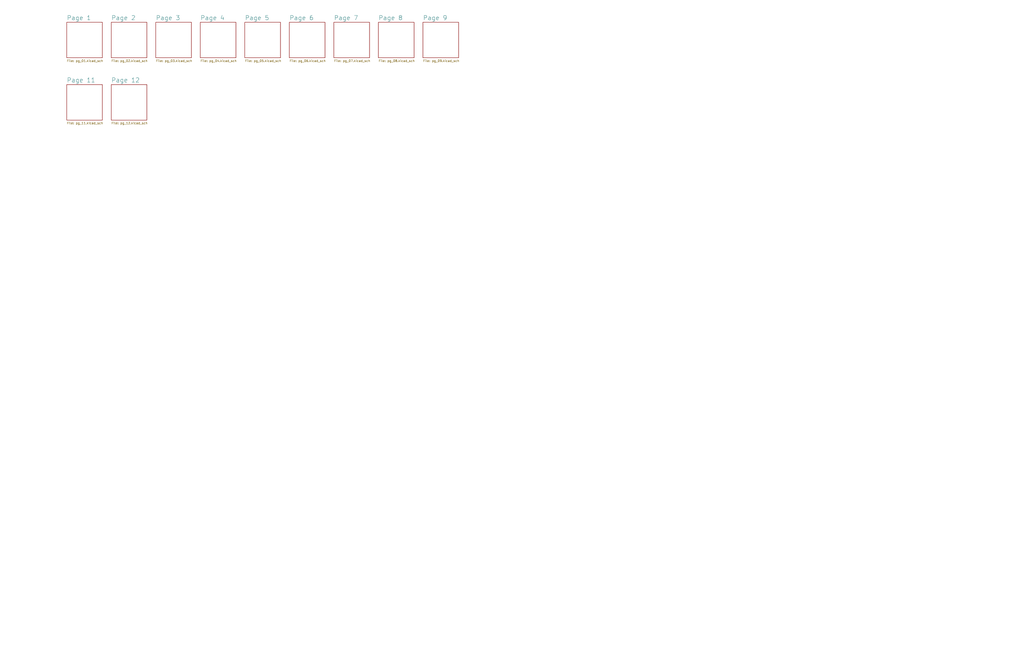
<source format=kicad_sch>
(kicad_sch
  (version 20210621)
  (generator eeschema)
  (uuid 20011966-4a0e-3ddb-3fe0-5c5325195c6a)
  (paper "User" 584.2 378.46)
  (title_block
    (title "RESHA Main")
  )
  (lib_symbols)
  (sheet
    (at 38.1 12.7)
    (size 20.32 20.32)
    (fields_autoplaced)
    (stroke
      (width 0)
      (type solid)
      (color 0 0 0 0)
    )
    (fill
      (color 0 0 0 0.0000)
    )
    (uuid 20011966-43f4-289a-18da-66086b243e55)
    (property
      "Sheet name"
      "Page 1"
      (id 0)
      (at 38.1 11.7 0)
      (effects
        (font
          (size 2.54 2.54)
        )
        (justify left bottom)
      )
    )
    (property
      "Sheet file"
      "pg_01.kicad_sch"
      (id 1)
      (at 38.1 34.02 0)
      (effects
        (font
          (size 1.27 1.27)
        )
        (justify left top)
      )
    )
  )
  (sheet
    (at 38.1 48.26)
    (size 20.32 20.32)
    (fields_autoplaced)
    (stroke
      (width 0)
      (type solid)
      (color 0 0 0 0)
    )
    (fill
      (color 0 0 0 0.0000)
    )
    (uuid 20011966-4e00-25ce-0ccf-562e5523a61f)
    (property
      "Sheet name"
      "Page 11"
      (id 0)
      (at 38.1 47.26 0)
      (effects
        (font
          (size 2.54 2.54)
        )
        (justify left bottom)
      )
    )
    (property
      "Sheet file"
      "pg_11.kicad_sch"
      (id 1)
      (at 38.1 69.58 0)
      (effects
        (font
          (size 1.27 1.27)
        )
        (justify left top)
      )
    )
  )
  (sheet
    (at 63.5 48.26)
    (size 20.32 20.32)
    (fields_autoplaced)
    (stroke
      (width 0)
      (type solid)
      (color 0 0 0 0)
    )
    (fill
      (color 0 0 0 0.0000)
    )
    (uuid 20011966-312e-25b2-5212-35fe8ce247a5)
    (property
      "Sheet name"
      "Page 12"
      (id 0)
      (at 63.5 47.26 0)
      (effects
        (font
          (size 2.54 2.54)
        )
        (justify left bottom)
      )
    )
    (property
      "Sheet file"
      "pg_12.kicad_sch"
      (id 1)
      (at 63.5 69.58 0)
      (effects
        (font
          (size 1.27 1.27)
        )
        (justify left top)
      )
    )
  )
  (sheet
    (at 63.5 12.7)
    (size 20.32 20.32)
    (fields_autoplaced)
    (stroke
      (width 0)
      (type solid)
      (color 0 0 0 0)
    )
    (fill
      (color 0 0 0 0.0000)
    )
    (uuid 20011966-6fbc-3c35-3930-600703cd5c92)
    (property
      "Sheet name"
      "Page 2"
      (id 0)
      (at 63.5 11.7 0)
      (effects
        (font
          (size 2.54 2.54)
        )
        (justify left bottom)
      )
    )
    (property
      "Sheet file"
      "pg_02.kicad_sch"
      (id 1)
      (at 63.5 34.02 0)
      (effects
        (font
          (size 1.27 1.27)
        )
        (justify left top)
      )
    )
  )
  (sheet
    (at 88.9 12.7)
    (size 20.32 20.32)
    (fields_autoplaced)
    (stroke
      (width 0)
      (type solid)
      (color 0 0 0 0)
    )
    (fill
      (color 0 0 0 0.0000)
    )
    (uuid 20011966-25b3-494b-437a-1cad0dff4b5f)
    (property
      "Sheet name"
      "Page 3"
      (id 0)
      (at 88.9 11.7 0)
      (effects
        (font
          (size 2.54 2.54)
        )
        (justify left bottom)
      )
    )
    (property
      "Sheet file"
      "pg_03.kicad_sch"
      (id 1)
      (at 88.9 34.02 0)
      (effects
        (font
          (size 1.27 1.27)
        )
        (justify left top)
      )
    )
  )
  (sheet
    (at 114.3 12.7)
    (size 20.32 20.32)
    (fields_autoplaced)
    (stroke
      (width 0)
      (type solid)
      (color 0 0 0 0)
    )
    (fill
      (color 0 0 0 0.0000)
    )
    (uuid 20011966-61e1-6720-08cd-42da5ea84891)
    (property
      "Sheet name"
      "Page 4"
      (id 0)
      (at 114.3 11.7 0)
      (effects
        (font
          (size 2.54 2.54)
        )
        (justify left bottom)
      )
    )
    (property
      "Sheet file"
      "pg_04.kicad_sch"
      (id 1)
      (at 114.3 34.02 0)
      (effects
        (font
          (size 1.27 1.27)
        )
        (justify left top)
      )
    )
  )
  (sheet
    (at 139.7 12.7)
    (size 20.32 20.32)
    (fields_autoplaced)
    (stroke
      (width 0)
      (type solid)
      (color 0 0 0 0)
    )
    (fill
      (color 0 0 0 0.0000)
    )
    (uuid 20011966-4b29-5a6b-4cac-41dbb903ed78)
    (property
      "Sheet name"
      "Page 5"
      (id 0)
      (at 139.7 11.7 0)
      (effects
        (font
          (size 2.54 2.54)
        )
        (justify left bottom)
      )
    )
    (property
      "Sheet file"
      "pg_05.kicad_sch"
      (id 1)
      (at 139.7 34.02 0)
      (effects
        (font
          (size 1.27 1.27)
        )
        (justify left top)
      )
    )
  )
  (sheet
    (at 165.1 12.7)
    (size 20.32 20.32)
    (fields_autoplaced)
    (stroke
      (width 0)
      (type solid)
      (color 0 0 0 0)
    )
    (fill
      (color 0 0 0 0.0000)
    )
    (uuid 20011966-661e-6b8b-23ca-06cc0380aa32)
    (property
      "Sheet name"
      "Page 6"
      (id 0)
      (at 165.1 11.7 0)
      (effects
        (font
          (size 2.54 2.54)
        )
        (justify left bottom)
      )
    )
    (property
      "Sheet file"
      "pg_06.kicad_sch"
      (id 1)
      (at 165.1 34.02 0)
      (effects
        (font
          (size 1.27 1.27)
        )
        (justify left top)
      )
    )
  )
  (sheet
    (at 190.5 12.7)
    (size 20.32 20.32)
    (fields_autoplaced)
    (stroke
      (width 0)
      (type solid)
      (color 0 0 0 0)
    )
    (fill
      (color 0 0 0 0.0000)
    )
    (uuid 20011966-3241-4581-6e83-4d226cd202f4)
    (property
      "Sheet name"
      "Page 7"
      (id 0)
      (at 190.5 11.7 0)
      (effects
        (font
          (size 2.54 2.54)
        )
        (justify left bottom)
      )
    )
    (property
      "Sheet file"
      "pg_07.kicad_sch"
      (id 1)
      (at 190.5 34.02 0)
      (effects
        (font
          (size 1.27 1.27)
        )
        (justify left top)
      )
    )
  )
  (sheet
    (at 215.9 12.7)
    (size 20.32 20.32)
    (fields_autoplaced)
    (stroke
      (width 0)
      (type solid)
      (color 0 0 0 0)
    )
    (fill
      (color 0 0 0 0.0000)
    )
    (uuid 20011966-336f-4c7f-51ff-34ec365a2a03)
    (property
      "Sheet name"
      "Page 8"
      (id 0)
      (at 215.9 11.7 0)
      (effects
        (font
          (size 2.54 2.54)
        )
        (justify left bottom)
      )
    )
    (property
      "Sheet file"
      "pg_08.kicad_sch"
      (id 1)
      (at 215.9 34.02 0)
      (effects
        (font
          (size 1.27 1.27)
        )
        (justify left top)
      )
    )
  )
  (sheet
    (at 241.3 12.7)
    (size 20.32 20.32)
    (fields_autoplaced)
    (stroke
      (width 0)
      (type solid)
      (color 0 0 0 0)
    )
    (fill
      (color 0 0 0 0.0000)
    )
    (uuid 20011966-4136-08e1-4c08-3f189f12ddef)
    (property
      "Sheet name"
      "Page 9"
      (id 0)
      (at 241.3 11.7 0)
      (effects
        (font
          (size 2.54 2.54)
        )
        (justify left bottom)
      )
    )
    (property
      "Sheet file"
      "pg_09.kicad_sch"
      (id 1)
      (at 241.3 34.02 0)
      (effects
        (font
          (size 1.27 1.27)
        )
        (justify left top)
      )
    )
  )
  (sheet_instances
    (path
      "/"
      (page "0")
    )
    (path
      "/20011966-43f4-289a-18da-66086b243e55"
      (page "1")
    )
    (path
      "/20011966-6fbc-3c35-3930-600703cd5c92"
      (page "2")
    )
    (path
      "/20011966-25b3-494b-437a-1cad0dff4b5f"
      (page "3")
    )
    (path
      "/20011966-61e1-6720-08cd-42da5ea84891"
      (page "4")
    )
    (path
      "/20011966-4b29-5a6b-4cac-41dbb903ed78"
      (page "5")
    )
    (path
      "/20011966-661e-6b8b-23ca-06cc0380aa32"
      (page "6")
    )
    (path
      "/20011966-3241-4581-6e83-4d226cd202f4"
      (page "7")
    )
    (path
      "/20011966-336f-4c7f-51ff-34ec365a2a03"
      (page "8")
    )
    (path
      "/20011966-4136-08e1-4c08-3f189f12ddef"
      (page "9")
    )
    (path
      "/20011966-4e00-25ce-0ccf-562e5523a61f"
      (page "11")
    )
    (path
      "/20011966-312e-25b2-5212-35fe8ce247a5"
      (page "12")
    )
  )
  (symbol_instances
    (path
      "/20011966-4e00-25ce-0ccf-562e5523a61f/34ae2128-be95-4aff-ba71-91291c4823a6"
      (reference "GB1")
      (unit 1)
      (value "GB")
      (footprint "")
    )
    (path
      "/20011966-4e00-25ce-0ccf-562e5523a61f/af16c152-54ea-47c4-8ef5-90efe4c6e6af"
      (reference "GB2")
      (unit 1)
      (value "GB")
      (footprint "")
    )
    (path
      "/20011966-4e00-25ce-0ccf-562e5523a61f/b7442220-fc6f-429f-8d4b-c2f37a0fc3bd"
      (reference "GB4")
      (unit 1)
      (value "GB")
      (footprint "")
    )
    (path
      "/20011966-4e00-25ce-0ccf-562e5523a61f/31ba6c4e-4ff9-4b0c-b954-cc4ee5a46ebe"
      (reference "GB5")
      (unit 1)
      (value "GB")
      (footprint "")
    )
    (path
      "/20011966-4e00-25ce-0ccf-562e5523a61f/ad989bdb-ebac-41cd-bf58-7bbd143d2c8b"
      (reference "GB6")
      (unit 1)
      (value "GB")
      (footprint "")
    )
    (path
      "/20011966-4e00-25ce-0ccf-562e5523a61f/4c2cfe88-b19e-4d48-af49-fc420bdaa106"
      (reference "GB8")
      (unit 1)
      (value "GB")
      (footprint "")
    )
    (path
      "/20011966-4e00-25ce-0ccf-562e5523a61f/58e4f779-3e23-43fa-9965-fd27414d49c8"
      (reference "GB9")
      (unit 1)
      (value "GB")
      (footprint "")
    )
    (path
      "/20011966-4e00-25ce-0ccf-562e5523a61f/df2fc9cb-cef0-4f89-8fc1-8ea6345eee67"
      (reference "GB10")
      (unit 1)
      (value "GB")
      (footprint "")
    )
    (path
      "/20011966-4e00-25ce-0ccf-562e5523a61f/f8564c30-fd09-469e-bd00-5679b26e7611"
      (reference "GB11")
      (unit 1)
      (value "GB")
      (footprint "")
    )
    (path
      "/20011966-4e00-25ce-0ccf-562e5523a61f/5bbe90fa-974c-475a-b7ee-85b11d3541ad"
      (reference "GB12")
      (unit 1)
      (value "GB")
      (footprint "")
    )
    (path
      "/20011966-4e00-25ce-0ccf-562e5523a61f/c9b3856d-a92c-4d70-a5f4-41ce16fd872b"
      (reference "GB13")
      (unit 1)
      (value "GB")
      (footprint "")
    )
    (path
      "/20011966-4e00-25ce-0ccf-562e5523a61f/e0b1f36a-a22e-41aa-933e-b27606412f8d"
      (reference "GB14")
      (unit 1)
      (value "GB")
      (footprint "")
    )
    (path
      "/20011966-4e00-25ce-0ccf-562e5523a61f/97a014f4-07f5-4fb9-b2b0-f11369a8bacf"
      (reference "GB15")
      (unit 1)
      (value "GB")
      (footprint "")
    )
    (path
      "/20011966-4e00-25ce-0ccf-562e5523a61f/00c37b17-2b72-4bf8-909e-ab8a976e933d"
      (reference "GB16")
      (unit 1)
      (value "GB")
      (footprint "")
    )
    (path
      "/20011966-4e00-25ce-0ccf-562e5523a61f/c6a2f37d-8b47-4500-a6f0-1de1b7f06e46"
      (reference "GB17")
      (unit 1)
      (value "GB")
      (footprint "")
    )
    (path
      "/20011966-4e00-25ce-0ccf-562e5523a61f/f143b3b4-bf1a-4f4d-b93d-af5cd5e676e6"
      (reference "GB18")
      (unit 1)
      (value "GB")
      (footprint "")
    )
    (path
      "/20011966-4e00-25ce-0ccf-562e5523a61f/cc2ed2ec-e04f-4bdb-b9a9-382fae7f0e69"
      (reference "GB19")
      (unit 1)
      (value "GB")
      (footprint "")
    )
    (path
      "/20011966-4e00-25ce-0ccf-562e5523a61f/31d4da62-5a18-4f6c-b012-e20cae3969ed"
      (reference "GB20")
      (unit 1)
      (value "GB")
      (footprint "")
    )
    (path
      "/20011966-4e00-25ce-0ccf-562e5523a61f/e79b7711-77c3-43e3-8e58-2b949e9a98d0"
      (reference "GB21")
      (unit 1)
      (value "GB")
      (footprint "")
    )
    (path
      "/20011966-4e00-25ce-0ccf-562e5523a61f/494b8886-556a-4c9d-8c88-73d1cdc5b521"
      (reference "GB22")
      (unit 1)
      (value "GB")
      (footprint "")
    )
    (path
      "/20011966-4e00-25ce-0ccf-562e5523a61f/6eded45d-3645-40a7-ac1a-308c8feebf86"
      (reference "GB23")
      (unit 1)
      (value "GB")
      (footprint "")
    )
    (path
      "/20011966-4e00-25ce-0ccf-562e5523a61f/a48ce839-dd18-4555-8977-974c4b63d91f"
      (reference "GB24")
      (unit 1)
      (value "GB")
      (footprint "")
    )
    (path
      "/20011966-4e00-25ce-0ccf-562e5523a61f/faa05586-fec3-491b-8eda-a80a0b9cc8a0"
      (reference "GB25")
      (unit 1)
      (value "GB")
      (footprint "")
    )
    (path
      "/20011966-4e00-25ce-0ccf-562e5523a61f/d5a9128d-856f-4a15-91f4-f2e262e003fa"
      (reference "GB26")
      (unit 1)
      (value "GB")
      (footprint "")
    )
    (path
      "/20011966-4e00-25ce-0ccf-562e5523a61f/8965e0ac-d144-48b2-bddd-1c0de0453eb5"
      (reference "GB27")
      (unit 1)
      (value "GB")
      (footprint "")
    )
    (path
      "/20011966-4e00-25ce-0ccf-562e5523a61f/3a39e1fa-064f-4dcb-b0a4-7cb77285bbe5"
      (reference "GB28")
      (unit 1)
      (value "GB")
      (footprint "")
    )
    (path
      "/20011966-4e00-25ce-0ccf-562e5523a61f/316b301f-b76f-45ff-b9f6-bdbf566e661b"
      (reference "GB29")
      (unit 1)
      (value "GB")
      (footprint "")
    )
    (path
      "/20011966-4e00-25ce-0ccf-562e5523a61f/f603b9db-11bb-4bc4-8e0b-12c5661b2c09"
      (reference "GB30")
      (unit 1)
      (value "GB")
      (footprint "")
    )
    (path
      "/20011966-4e00-25ce-0ccf-562e5523a61f/3b3e7f6c-c0ca-4f38-9e20-1796bed4622f"
      (reference "GB31")
      (unit 1)
      (value "GB")
      (footprint "")
    )
    (path
      "/20011966-4e00-25ce-0ccf-562e5523a61f/7681c186-dae3-46d1-b706-413bd4e8cdfb"
      (reference "GB32")
      (unit 1)
      (value "GB")
      (footprint "")
    )
    (path
      "/20011966-4e00-25ce-0ccf-562e5523a61f/5ed0da6f-9e7b-4302-8111-8d78f874b783"
      (reference "GB33")
      (unit 1)
      (value "GB")
      (footprint "")
    )
    (path
      "/20011966-4e00-25ce-0ccf-562e5523a61f/d4197042-15d8-448e-b899-048dc300a817"
      (reference "GB34")
      (unit 1)
      (value "GB")
      (footprint "")
    )
    (path
      "/20011966-4e00-25ce-0ccf-562e5523a61f/dcb00ea2-a602-4377-bce4-23e991d5ceff"
      (reference "GB35")
      (unit 1)
      (value "GB")
      (footprint "")
    )
    (path
      "/20011966-4e00-25ce-0ccf-562e5523a61f/31ec03de-69b8-4acb-8d68-74153695949e"
      (reference "GB36")
      (unit 1)
      (value "GB")
      (footprint "")
    )
    (path
      "/20011966-4e00-25ce-0ccf-562e5523a61f/58ef0f5e-36ad-42a7-be99-e07d4cb70e8d"
      (reference "GB37")
      (unit 1)
      (value "GB")
      (footprint "")
    )
    (path
      "/20011966-4e00-25ce-0ccf-562e5523a61f/8542ee0a-317b-4c1d-af3a-525c3760fb88"
      (reference "GB38")
      (unit 1)
      (value "GB")
      (footprint "")
    )
    (path
      "/20011966-4e00-25ce-0ccf-562e5523a61f/fe002395-5877-44be-8c3d-fe39f347f923"
      (reference "GB41")
      (unit 1)
      (value "GB")
      (footprint "")
    )
    (path
      "/20011966-4e00-25ce-0ccf-562e5523a61f/130d3651-9114-4386-9114-10a0cc167f4c"
      (reference "GB42")
      (unit 1)
      (value "GB")
      (footprint "")
    )
    (path
      "/20011966-4e00-25ce-0ccf-562e5523a61f/8e986f9f-78e1-47cf-9e90-217677837bc1"
      (reference "GB43")
      (unit 1)
      (value "GB")
      (footprint "")
    )
    (path
      "/20011966-4e00-25ce-0ccf-562e5523a61f/5fd177db-83fd-49ba-a860-8ce44c79b028"
      (reference "GB44")
      (unit 1)
      (value "GB")
      (footprint "")
    )
    (path
      "/20011966-4e00-25ce-0ccf-562e5523a61f/4ae8cc85-3338-4c67-bd8a-64776a4843eb"
      (reference "GB45")
      (unit 1)
      (value "GB")
      (footprint "")
    )
    (path
      "/20011966-4e00-25ce-0ccf-562e5523a61f/28f0f5ab-c1ad-4f8d-ba86-edfa3732d307"
      (reference "GB46")
      (unit 1)
      (value "GB")
      (footprint "")
    )
    (path
      "/20011966-4e00-25ce-0ccf-562e5523a61f/2e608e3f-27f0-4572-ba2b-99164f1a3591"
      (reference "GB47")
      (unit 1)
      (value "GB")
      (footprint "")
    )
    (path
      "/20011966-4e00-25ce-0ccf-562e5523a61f/a001236f-872c-45ce-9f8d-d360602970b9"
      (reference "GB48")
      (unit 1)
      (value "GB")
      (footprint "")
    )
    (path
      "/20011966-4e00-25ce-0ccf-562e5523a61f/858cdf93-eb46-4306-b52e-ce5e97b6e097"
      (reference "GB49")
      (unit 1)
      (value "GB")
      (footprint "")
    )
    (path
      "/20011966-4e00-25ce-0ccf-562e5523a61f/a0a10e81-051d-4e85-b06a-24c264ae288c"
      (reference "GB50")
      (unit 1)
      (value "GB")
      (footprint "")
    )
    (path
      "/20011966-4e00-25ce-0ccf-562e5523a61f/e8038dcc-87cf-473b-b037-4df0b9336964"
      (reference "GB51")
      (unit 1)
      (value "GB")
      (footprint "")
    )
    (path
      "/20011966-4e00-25ce-0ccf-562e5523a61f/39bd44ef-2d6e-4528-a988-673882cca4b0"
      (reference "GB52")
      (unit 1)
      (value "GB")
      (footprint "")
    )
    (path
      "/20011966-4e00-25ce-0ccf-562e5523a61f/51a86e8a-2d8e-41c3-8e35-e9ba6437085b"
      (reference "GB53")
      (unit 1)
      (value "GB")
      (footprint "")
    )
    (path
      "/20011966-4e00-25ce-0ccf-562e5523a61f/4fd23fe4-8bc6-47aa-bb8b-fa54fc78cec1"
      (reference "GB54")
      (unit 1)
      (value "GB")
      (footprint "")
    )
    (path
      "/20011966-4e00-25ce-0ccf-562e5523a61f/1de1ee2e-6a0b-4b3e-80f2-d0e3bd864fab"
      (reference "GB55")
      (unit 1)
      (value "GB")
      (footprint "")
    )
    (path
      "/20011966-4e00-25ce-0ccf-562e5523a61f/ff1687ac-176a-4fa3-9748-f976a152e64c"
      (reference "GB56")
      (unit 1)
      (value "GB")
      (footprint "")
    )
    (path
      "/20011966-4e00-25ce-0ccf-562e5523a61f/029a2528-74b9-46fd-809c-27fafcb449c3"
      (reference "GB57")
      (unit 1)
      (value "GB")
      (footprint "")
    )
    (path
      "/20011966-4e00-25ce-0ccf-562e5523a61f/a225def0-2e90-40f7-85a6-eadc6ef2fb0c"
      (reference "GB58")
      (unit 1)
      (value "GB")
      (footprint "")
    )
    (path
      "/20011966-4e00-25ce-0ccf-562e5523a61f/b3ac4d91-a43a-45f0-a02a-1ade23cc3d89"
      (reference "GB59")
      (unit 1)
      (value "GB")
      (footprint "")
    )
    (path
      "/20011966-4e00-25ce-0ccf-562e5523a61f/6f664c24-c69c-4619-90ec-8e9baa0c775c"
      (reference "GB60")
      (unit 1)
      (value "GB")
      (footprint "")
    )
    (path
      "/20011966-4e00-25ce-0ccf-562e5523a61f/48d6539e-df64-4609-acad-2cc0f484537e"
      (reference "GB61")
      (unit 1)
      (value "GB")
      (footprint "")
    )
    (path
      "/20011966-4e00-25ce-0ccf-562e5523a61f/38cc618d-07ef-42ff-8adb-9638e078f850"
      (reference "GB62")
      (unit 1)
      (value "GB")
      (footprint "")
    )
    (path
      "/20011966-4e00-25ce-0ccf-562e5523a61f/0b790a32-5e51-4f8a-8e77-956adc84fbbf"
      (reference "GB63")
      (unit 1)
      (value "GB")
      (footprint "")
    )
    (path
      "/20011966-4e00-25ce-0ccf-562e5523a61f/5de3649f-58c5-4008-aea7-e0e26b7d8ff7"
      (reference "GB64")
      (unit 1)
      (value "GB")
      (footprint "")
    )
    (path
      "/20011966-4e00-25ce-0ccf-562e5523a61f/99ec5ccf-2dac-4b08-a793-6d9434296899"
      (reference "GB65")
      (unit 1)
      (value "GB")
      (footprint "")
    )
    (path
      "/20011966-4e00-25ce-0ccf-562e5523a61f/ff099edf-1194-4374-a844-eec4ecf32dae"
      (reference "GB66")
      (unit 1)
      (value "GB")
      (footprint "")
    )
    (path
      "/20011966-4e00-25ce-0ccf-562e5523a61f/abd66e76-ad67-458d-83a2-43cb8666670b"
      (reference "GB67")
      (unit 1)
      (value "GB")
      (footprint "")
    )
    (path
      "/20011966-4e00-25ce-0ccf-562e5523a61f/96301032-dd67-41c2-ade7-e0ad39bf2406"
      (reference "GB68")
      (unit 1)
      (value "GB")
      (footprint "")
    )
    (path
      "/20011966-4e00-25ce-0ccf-562e5523a61f/9d88ece3-b6ca-4509-b45b-349dd36eed4d"
      (reference "GB69")
      (unit 1)
      (value "GB")
      (footprint "")
    )
    (path
      "/20011966-4e00-25ce-0ccf-562e5523a61f/a022cc62-93a0-43aa-bce6-47ab1a30215c"
      (reference "GB70")
      (unit 1)
      (value "GB")
      (footprint "")
    )
    (path
      "/20011966-4e00-25ce-0ccf-562e5523a61f/aebb160c-0edb-42a5-a815-d745a467d191"
      (reference "GB71")
      (unit 1)
      (value "GB")
      (footprint "")
    )
    (path
      "/20011966-4e00-25ce-0ccf-562e5523a61f/0f82ad88-9683-466b-bd93-053ad0dbfc26"
      (reference "GB72")
      (unit 1)
      (value "GB")
      (footprint "")
    )
    (path
      "/20011966-4e00-25ce-0ccf-562e5523a61f/fd6ac8d2-b902-4360-86e1-cf60aababa8a"
      (reference "GB73")
      (unit 1)
      (value "GB")
      (footprint "")
    )
    (path
      "/20011966-4e00-25ce-0ccf-562e5523a61f/cd83b9ee-54d9-47ce-91d9-e0ef8af06aa9"
      (reference "GB76")
      (unit 1)
      (value "GB")
      (footprint "")
    )
    (path
      "/20011966-4e00-25ce-0ccf-562e5523a61f/e3f6d446-9bdb-40a6-8999-fb4ff69c53c1"
      (reference "GB77")
      (unit 1)
      (value "GB")
      (footprint "")
    )
    (path
      "/20011966-4e00-25ce-0ccf-562e5523a61f/af590079-3cae-4a25-a2f2-f4c7b3c5b86b"
      (reference "GB78")
      (unit 1)
      (value "GB")
      (footprint "")
    )
    (path
      "/20011966-4e00-25ce-0ccf-562e5523a61f/ef5c3aea-75ae-4fe9-bd6e-7ffdc91cfc44"
      (reference "GB79")
      (unit 1)
      (value "GB")
      (footprint "")
    )
    (path
      "/20011966-4e00-25ce-0ccf-562e5523a61f/d2606358-b753-422d-b861-b2d5db5f6beb"
      (reference "GB80")
      (unit 1)
      (value "GB")
      (footprint "")
    )
    (path
      "/20011966-4e00-25ce-0ccf-562e5523a61f/e9c76070-e147-4d29-a379-c0b9b7a25470"
      (reference "GB81")
      (unit 1)
      (value "GB")
      (footprint "")
    )
    (path
      "/20011966-4e00-25ce-0ccf-562e5523a61f/7a1beb97-d6c5-4d86-bf4e-2d85e1a5cc15"
      (reference "GB82")
      (unit 1)
      (value "GB")
      (footprint "")
    )
    (path
      "/20011966-4e00-25ce-0ccf-562e5523a61f/3fa130a7-789b-4166-9d10-07860c596ab2"
      (reference "GB83")
      (unit 1)
      (value "GB")
      (footprint "")
    )
    (path
      "/20011966-4e00-25ce-0ccf-562e5523a61f/f0e670bf-217f-4c4a-9857-2545df9d1c48"
      (reference "GB84")
      (unit 1)
      (value "GB")
      (footprint "")
    )
    (path
      "/20011966-4e00-25ce-0ccf-562e5523a61f/e0956890-8c2f-42a4-b469-85463604e0e4"
      (reference "GB85")
      (unit 1)
      (value "GB")
      (footprint "")
    )
    (path
      "/20011966-4e00-25ce-0ccf-562e5523a61f/4740f8b7-e2f3-46b9-b412-b50bc2ded5a5"
      (reference "GB86")
      (unit 1)
      (value "GB")
      (footprint "")
    )
    (path
      "/20011966-4e00-25ce-0ccf-562e5523a61f/0bf8e32d-54c7-42ad-89a5-6b39b8e3e74e"
      (reference "GB87")
      (unit 1)
      (value "GB")
      (footprint "")
    )
    (path
      "/20011966-4e00-25ce-0ccf-562e5523a61f/4e4370f6-1cd1-421f-a898-b7edab321b12"
      (reference "GB88")
      (unit 1)
      (value "GB")
      (footprint "")
    )
    (path
      "/20011966-4e00-25ce-0ccf-562e5523a61f/04a26143-4260-4be6-af5c-ac5480da5152"
      (reference "GB89")
      (unit 1)
      (value "GB")
      (footprint "")
    )
    (path
      "/20011966-4e00-25ce-0ccf-562e5523a61f/6986b5ab-df75-4360-b99a-f79622dbc934"
      (reference "GB90")
      (unit 1)
      (value "GB")
      (footprint "")
    )
    (path
      "/20011966-4e00-25ce-0ccf-562e5523a61f/3a66140d-4e0b-4ee2-b663-050f376fa13d"
      (reference "GB91")
      (unit 1)
      (value "GB")
      (footprint "")
    )
    (path
      "/20011966-4e00-25ce-0ccf-562e5523a61f/a848c90b-b046-4611-bc37-5084382fca7e"
      (reference "GB92")
      (unit 1)
      (value "GB")
      (footprint "")
    )
    (path
      "/20011966-4e00-25ce-0ccf-562e5523a61f/1feb9d66-4123-4cbb-bc0c-d53837883706"
      (reference "GB93")
      (unit 1)
      (value "GB")
      (footprint "")
    )
    (path
      "/20011966-4e00-25ce-0ccf-562e5523a61f/fddf6c6a-4279-4930-93d5-323e42fa67c9"
      (reference "GB94")
      (unit 1)
      (value "GB")
      (footprint "")
    )
    (path
      "/20011966-4e00-25ce-0ccf-562e5523a61f/0e5a2bc1-eb63-436a-8daa-7cf7944d3707"
      (reference "GB95")
      (unit 1)
      (value "GB")
      (footprint "")
    )
    (path
      "/20011966-4e00-25ce-0ccf-562e5523a61f/1cb44964-0d04-4172-8cea-3633cb2ccae3"
      (reference "GB96")
      (unit 1)
      (value "GB")
      (footprint "")
    )
    (path
      "/20011966-4e00-25ce-0ccf-562e5523a61f/353d6b34-d308-43b9-9941-0216210b803f"
      (reference "GB97")
      (unit 1)
      (value "GB")
      (footprint "")
    )
    (path
      "/20011966-4e00-25ce-0ccf-562e5523a61f/184f72a0-bd34-4006-bcdf-6119e36d39d6"
      (reference "GB98")
      (unit 1)
      (value "GB")
      (footprint "")
    )
    (path
      "/20011966-4e00-25ce-0ccf-562e5523a61f/70f10aff-e56d-4e76-ac57-d629732cf439"
      (reference "GB99")
      (unit 1)
      (value "GB")
      (footprint "")
    )
    (path
      "/20011966-4e00-25ce-0ccf-562e5523a61f/c6c2746c-15ef-4478-99df-bf75122c5549"
      (reference "GB100")
      (unit 1)
      (value "GB")
      (footprint "")
    )
    (path
      "/20011966-4e00-25ce-0ccf-562e5523a61f/68af3ebe-7f94-4060-846c-50edda49e425"
      (reference "GB101")
      (unit 1)
      (value "GB")
      (footprint "")
    )
    (path
      "/20011966-4e00-25ce-0ccf-562e5523a61f/44df289c-0719-4a86-b499-2afad160dffc"
      (reference "GB102")
      (unit 1)
      (value "GB")
      (footprint "")
    )
    (path
      "/20011966-4e00-25ce-0ccf-562e5523a61f/e187a9c9-c604-4eb2-87a0-3a306c4b8d25"
      (reference "GB103")
      (unit 1)
      (value "GB")
      (footprint "")
    )
    (path
      "/20011966-4e00-25ce-0ccf-562e5523a61f/e2954c2e-181e-452c-a76b-8261f59a4daa"
      (reference "GB104")
      (unit 1)
      (value "GB")
      (footprint "")
    )
    (path
      "/20011966-4e00-25ce-0ccf-562e5523a61f/a074ef8c-b247-4fa3-8a8b-8a03698dc5fe"
      (reference "GB105")
      (unit 1)
      (value "GB")
      (footprint "")
    )
    (path
      "/20011966-4e00-25ce-0ccf-562e5523a61f/c99abedf-809d-44dd-8110-a917833aa185"
      (reference "GB106")
      (unit 1)
      (value "GB")
      (footprint "")
    )
    (path
      "/20011966-4e00-25ce-0ccf-562e5523a61f/f77043ed-cc4a-456f-9e7c-4c94916dbe96"
      (reference "GB107")
      (unit 1)
      (value "GB")
      (footprint "")
    )
    (path
      "/20011966-4e00-25ce-0ccf-562e5523a61f/3e9de959-034d-4901-9787-6372c4342ce3"
      (reference "GB108")
      (unit 1)
      (value "GB")
      (footprint "")
    )
    (path
      "/20011966-4e00-25ce-0ccf-562e5523a61f/bbf25844-7c97-4b41-9e86-06dfe9410fdf"
      (reference "GB109")
      (unit 1)
      (value "GB")
      (footprint "")
    )
    (path
      "/20011966-4e00-25ce-0ccf-562e5523a61f/62f63007-fa70-41ff-add3-d6275c134da3"
      (reference "GB110")
      (unit 1)
      (value "GB")
      (footprint "")
    )
    (path
      "/20011966-4e00-25ce-0ccf-562e5523a61f/24752f1a-134f-4059-bc87-bb8a95344128"
      (reference "GB111")
      (unit 1)
      (value "GB")
      (footprint "")
    )
    (path
      "/20011966-4e00-25ce-0ccf-562e5523a61f/3986d721-2c26-4114-bab2-54881a49f10a"
      (reference "GB112")
      (unit 1)
      (value "GB")
      (footprint "")
    )
    (path
      "/20011966-4e00-25ce-0ccf-562e5523a61f/b5d6bcb8-94b4-4f14-8889-5aaa4d43ac63"
      (reference "GB113")
      (unit 1)
      (value "GB")
      (footprint "")
    )
    (path
      "/20011966-4e00-25ce-0ccf-562e5523a61f/2d4075cd-fe53-4e9f-98fc-32988c498e2a"
      (reference "GB114")
      (unit 1)
      (value "GB")
      (footprint "")
    )
    (path
      "/20011966-4e00-25ce-0ccf-562e5523a61f/f18b1004-826d-433b-ad53-905442919adb"
      (reference "GB115")
      (unit 1)
      (value "GB")
      (footprint "")
    )
    (path
      "/20011966-4e00-25ce-0ccf-562e5523a61f/c4b756f6-307e-4d57-a7ae-59bbb7585812"
      (reference "GB116")
      (unit 1)
      (value "GB")
      (footprint "")
    )
    (path
      "/20011966-4e00-25ce-0ccf-562e5523a61f/85dee4fb-d4a5-421a-8a5c-ef21e4ee4455"
      (reference "GB117")
      (unit 1)
      (value "GB")
      (footprint "")
    )
    (path
      "/20011966-4e00-25ce-0ccf-562e5523a61f/064f71f2-6418-45c9-8f5f-0fa9ee135f27"
      (reference "GB118")
      (unit 1)
      (value "GB")
      (footprint "")
    )
    (path
      "/20011966-4e00-25ce-0ccf-562e5523a61f/b611f277-88a2-44cb-8b30-7e46fa7602e6"
      (reference "GB119")
      (unit 1)
      (value "GB")
      (footprint "")
    )
    (path
      "/20011966-4e00-25ce-0ccf-562e5523a61f/a25771b2-3142-4c67-bde7-5b4d45d89b27"
      (reference "GB121")
      (unit 1)
      (value "GB")
      (footprint "")
    )
    (path
      "/20011966-4e00-25ce-0ccf-562e5523a61f/965b7b85-e3c4-469f-83aa-161777f16b7d"
      (reference "GB122")
      (unit 1)
      (value "GB")
      (footprint "")
    )
    (path
      "/20011966-4e00-25ce-0ccf-562e5523a61f/1101264f-77d2-40af-ad0d-bfd854e1fb91"
      (reference "GB123")
      (unit 1)
      (value "GB")
      (footprint "")
    )
    (path
      "/20011966-4e00-25ce-0ccf-562e5523a61f/c7cd723a-98be-4c4c-b842-9b87949165c0"
      (reference "GB124")
      (unit 1)
      (value "GB")
      (footprint "")
    )
    (path
      "/20011966-4e00-25ce-0ccf-562e5523a61f/2de5ec99-e6ba-4e64-8de2-93a786b5e401"
      (reference "GB125")
      (unit 1)
      (value "GB")
      (footprint "")
    )
    (path
      "/20011966-4e00-25ce-0ccf-562e5523a61f/5d89dbdb-4c35-4b57-926d-73eb7a3ca88f"
      (reference "GB126")
      (unit 1)
      (value "GB")
      (footprint "")
    )
    (path
      "/20011966-4e00-25ce-0ccf-562e5523a61f/357d26ae-5e9d-40c8-8859-382e559f97a1"
      (reference "GB127")
      (unit 1)
      (value "GB")
      (footprint "")
    )
    (path
      "/20011966-4e00-25ce-0ccf-562e5523a61f/682a5cfa-2bcb-4cd8-89ac-0f363d6134cc"
      (reference "GB128")
      (unit 1)
      (value "GB")
      (footprint "")
    )
    (path
      "/20011966-4e00-25ce-0ccf-562e5523a61f/700cb405-c002-4689-a046-7409bcf2fd68"
      (reference "GB129")
      (unit 1)
      (value "GB")
      (footprint "")
    )
    (path
      "/20011966-4e00-25ce-0ccf-562e5523a61f/80d02651-737e-48eb-a74a-7e38309fb161"
      (reference "GB130")
      (unit 1)
      (value "GB")
      (footprint "")
    )
    (path
      "/20011966-4e00-25ce-0ccf-562e5523a61f/7cc2cb53-7da9-46e1-bee1-d3b51514f61f"
      (reference "GB131")
      (unit 1)
      (value "GB")
      (footprint "")
    )
    (path
      "/20011966-4e00-25ce-0ccf-562e5523a61f/da1fd48b-1f1d-4202-9c02-37f4f6901e09"
      (reference "GB132")
      (unit 1)
      (value "GB")
      (footprint "")
    )
    (path
      "/20011966-4e00-25ce-0ccf-562e5523a61f/3d35f5fb-1d48-42a4-89bc-e63d822a0642"
      (reference "GB133")
      (unit 1)
      (value "GB")
      (footprint "")
    )
    (path
      "/20011966-4e00-25ce-0ccf-562e5523a61f/cbbc7691-1e2a-4175-b966-9af6d136dce6"
      (reference "GB134")
      (unit 1)
      (value "GB")
      (footprint "")
    )
    (path
      "/20011966-4e00-25ce-0ccf-562e5523a61f/0d334e94-561e-4c55-b024-2f8198410884"
      (reference "GB135")
      (unit 1)
      (value "GB")
      (footprint "")
    )
    (path
      "/20011966-4e00-25ce-0ccf-562e5523a61f/3e5c4384-cac8-4690-98ba-89305aff611b"
      (reference "GB137")
      (unit 1)
      (value "GB")
      (footprint "")
    )
    (path
      "/20011966-4e00-25ce-0ccf-562e5523a61f/7b408d7e-ea51-4aec-b0cf-c9cde158d306"
      (reference "GB141")
      (unit 1)
      (value "GB")
      (footprint "")
    )
    (path
      "/20011966-4e00-25ce-0ccf-562e5523a61f/55042e3f-e18a-421a-b17e-570d370af2bf"
      (reference "GB142")
      (unit 1)
      (value "GB")
      (footprint "")
    )
    (path
      "/20011966-4e00-25ce-0ccf-562e5523a61f/39f5db4d-0f9f-496a-a6ab-a0b60cdb8789"
      (reference "GB143")
      (unit 1)
      (value "GB")
      (footprint "")
    )
    (path
      "/20011966-4e00-25ce-0ccf-562e5523a61f/2567b110-f6b4-426c-9604-118838507759"
      (reference "GB144")
      (unit 1)
      (value "GB")
      (footprint "")
    )
    (path
      "/20011966-4e00-25ce-0ccf-562e5523a61f/f989f8cd-2458-4f6f-81d0-c54919748823"
      (reference "GB145")
      (unit 1)
      (value "GB")
      (footprint "")
    )
    (path
      "/20011966-4e00-25ce-0ccf-562e5523a61f/d49aea0c-1dcb-4a23-abbb-625984bfa895"
      (reference "GB146")
      (unit 1)
      (value "GB")
      (footprint "")
    )
    (path
      "/20011966-4e00-25ce-0ccf-562e5523a61f/495da85b-62b8-4deb-bfa6-4e3477e2dc15"
      (reference "GB147")
      (unit 1)
      (value "GB")
      (footprint "")
    )
    (path
      "/20011966-4e00-25ce-0ccf-562e5523a61f/22f7e641-6e0b-451d-99fe-0faf1236b548"
      (reference "GB148")
      (unit 1)
      (value "GB")
      (footprint "")
    )
    (path
      "/20011966-4e00-25ce-0ccf-562e5523a61f/a9ac09b4-dc51-4d27-9bee-cc14c29d3241"
      (reference "GB149")
      (unit 1)
      (value "GB")
      (footprint "")
    )
    (path
      "/20011966-4e00-25ce-0ccf-562e5523a61f/8fada78c-b171-4352-bfc3-c7c91588b093"
      (reference "GB150")
      (unit 1)
      (value "GB")
      (footprint "")
    )
    (path
      "/20011966-4e00-25ce-0ccf-562e5523a61f/e3492389-e649-40db-95fb-0aea7fca04e6"
      (reference "GB200")
      (unit 1)
      (value "GB")
      (footprint "")
    )
    (path
      "/20011966-4e00-25ce-0ccf-562e5523a61f/9d7da14f-169b-497b-ae14-883d83e0ccd6"
      (reference "GB201")
      (unit 1)
      (value "GB")
      (footprint "")
    )
    (path
      "/20011966-4e00-25ce-0ccf-562e5523a61f/2dcc927e-59a0-4c0e-9e29-48632fc1520c"
      (reference "GB203")
      (unit 1)
      (value "GB")
      (footprint "")
    )
    (path
      "/20011966-4e00-25ce-0ccf-562e5523a61f/1f1ae6b1-91a7-4f23-9fbe-9c5edf6d1839"
      (reference "GB204")
      (unit 1)
      (value "GB")
      (footprint "")
    )
    (path
      "/20011966-4e00-25ce-0ccf-562e5523a61f/616c6219-0e15-4a95-81eb-1a45a7937fe5"
      (reference "GB206")
      (unit 1)
      (value "GB")
      (footprint "")
    )
    (path
      "/20011966-4e00-25ce-0ccf-562e5523a61f/c613cdbb-877d-4c0f-8f61-be42bc42e5f8"
      (reference "GB207")
      (unit 1)
      (value "GB")
      (footprint "")
    )
    (path
      "/20011966-4e00-25ce-0ccf-562e5523a61f/1056601e-30d3-468e-99a5-f0290028eb56"
      (reference "GB1020")
      (unit 1)
      (value "GB")
      (footprint "")
    )
    (path
      "/20011966-4e00-25ce-0ccf-562e5523a61f/b3f6f042-504c-4029-84ed-4145c2215fdb"
      (reference "GB1039")
      (unit 1)
      (value "GB")
      (footprint "")
    )
    (path
      "/20011966-4e00-25ce-0ccf-562e5523a61f/de153eaf-92af-4cf9-a749-c461c450e786"
      (reference "GB1040")
      (unit 1)
      (value "GB")
      (footprint "")
    )
    (path
      "/20011966-4e00-25ce-0ccf-562e5523a61f/bd97cc70-9105-4378-8bb8-65b73f6cdf45"
      (reference "GB1136")
      (unit 1)
      (value "GB")
      (footprint "")
    )
    (path
      "/20011966-4e00-25ce-0ccf-562e5523a61f/4dbbf817-d9be-4670-9a05-10a4556b93db"
      (reference "GB2039")
      (unit 1)
      (value "GB")
      (footprint "")
    )
    (path
      "/20011966-4e00-25ce-0ccf-562e5523a61f/840b4a48-ebd2-47ba-8b74-c3bec594141c"
      (reference "GB2040")
      (unit 1)
      (value "GB")
      (footprint "")
    )
    (path
      "/20011966-4e00-25ce-0ccf-562e5523a61f/b66b0f24-e5bd-412d-8769-9fee08897fe2"
      (reference "GB2136")
      (unit 1)
      (value "GB")
      (footprint "")
    )
  )
)

</source>
